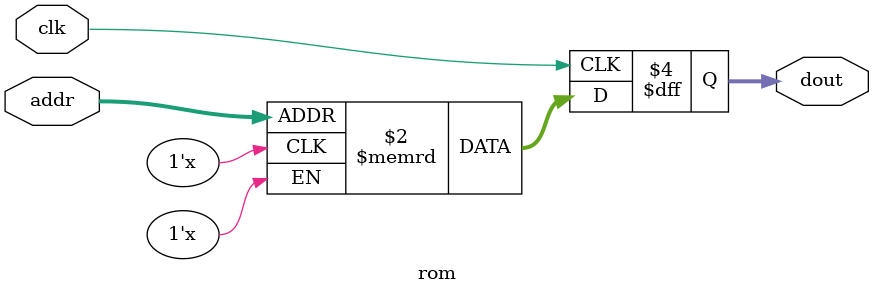
<source format=v>
module rom (
  input             clk,
  input [16:1]      addr,
  output reg [15:0] dout,
);

  parameter MEM_INIT_FILE = "";
   
  reg [15:0] rom [0:65535];

  initial
    if (MEM_INIT_FILE != "")
      $readmemh(MEM_INIT_FILE, rom);
   
  always @(posedge clk) begin
    dout <= rom[addr];
  end

endmodule

</source>
